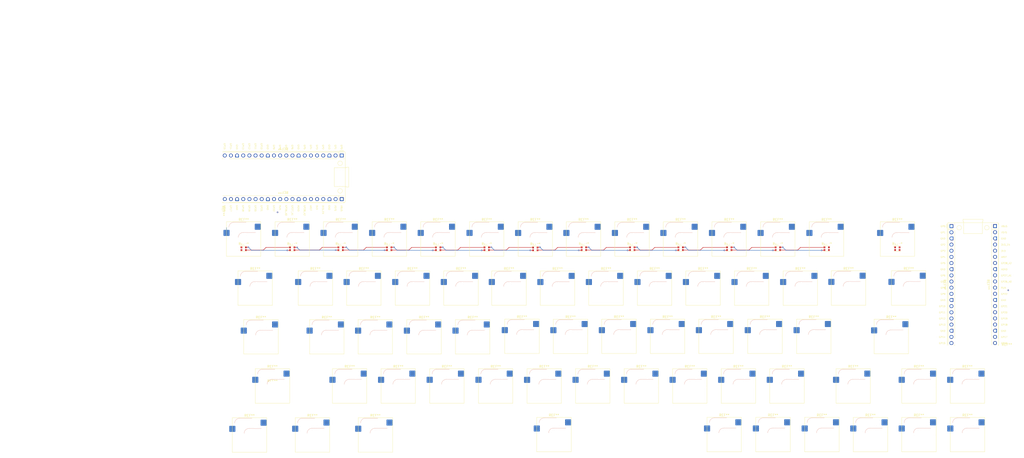
<source format=kicad_pcb>
(kicad_pcb (version 20240108) (generator "pcbnew") (generator_version "8.0")
  (layers (0 "F.Cu" signal) (31 "B.Cu" signal) (34 "B.Paste" user) (35 "F.Paste" user) (36 "B.SilkS" user "B.Silkscreen") (37 "F.SilkS" user "F.Silkscreen") (38 "B.Mask" user) (39 "F.Mask" user) (44 "Edge.Cuts" user))
  (net 0 "")
  (footprint "Module_RaspberryPi_Pico:RaspberryPi_Pico_OptionalPinLabels" (layer "F.Cu") (at 324.775 68.825)
    (property "Reference" "REF**" (hide yes))
    (property "Value" "RaspberryPi_Pico_OptionalPinLabels" (hide yes))
  )
  (footprint "Module_RaspberryPi_Pico:RaspberryPi_Pico_OptionalPinLabels" (layer "F.Cu") (at 40.025 24.45 -90)
    (property "Reference" "REF**" (hide yes))
    (property "Value" "RaspberryPi_Pico_OptionalPinLabels" (hide yes))
  )
  (footprint "Switch_Keyboard_Hotswap_Kailh:SW_Hotswap_Kailh_MX_1.25u" (layer "F.Cu") (at 78.1 130.8)
    (property "Reference" "REF**")
    (property "Value" "SW_Hotswap_Kailh_MX_1.25u")
  )
  (footprint "Switch_Keyboard_Hotswap_Kailh:SW_Hotswap_Kailh_MX_1.00u" (layer "F.Cu") (at 184.0425 50)
    (property "Reference" "REF**")
    (property "Value" "SW_Hotswap_Kailh_MX_1.00u")
  )
  (footprint "Switch_Keyboard_Hotswap_Kailh:SW_Hotswap_Kailh_MX_1.00u" (layer "F.Cu") (at 273.363 70.2)
    (property "Reference" "REF**")
    (property "Value" "SW_Hotswap_Kailh_MX_1.00u")
  )
  (footprint "Switch_Keyboard_Hotswap_Kailh:SW_Hotswap_Kailh_MX_1.25u" (layer "F.Cu") (at 26.15 130.85)
    (property "Reference" "REF**")
    (property "Value" "SW_Hotswap_Kailh_MX_1.25u")
  )
  (footprint "Switch_Keyboard_Hotswap_Kailh:SW_Hotswap_Kailh_MX_1.00u" (layer "F.Cu") (at 264.3 50)
    (property "Reference" "REF**")
    (property "Value" "SW_Hotswap_Kailh_MX_1.00u")
  )
  (footprint "Switch_Keyboard_Hotswap_Kailh:SW_Hotswap_Kailh_MX_1.00u" (layer "F.Cu") (at 118.258 90.31)
    (property "Reference" "REF**")
    (property "Value" "SW_Hotswap_Kailh_MX_1.00u")
  )
  (footprint "Switch_Keyboard_Hotswap_Kailh:SW_Hotswap_Kailh_MX_1.00u" (layer "F.Cu") (at 213.3425 70.25)
    (property "Reference" "REF**")
    (property "Value" "SW_Hotswap_Kailh_MX_1.00u")
  )
  (footprint "Switch_Keyboard_Hotswap_Kailh:SW_Hotswap_Kailh_MX_1.00u" (layer "F.Cu") (at 247.958 110.61)
    (property "Reference" "REF**")
    (property "Value" "SW_Hotswap_Kailh_MX_1.00u")
  )
  (footprint "Switch_Keyboard_Hotswap_Kailh:SW_Hotswap_Kailh_MX_1.75u" (layer "F.Cu") (at 275.3 110.6)
    (property "Reference" "REF**")
    (property "Value" "SW_Hotswap_Kailh_MX_1.75u")
  )
  (footprint "LED_SMD:LED_WS2812B-2020_PLCC4_2.0x2.0mm" (layer "F.Cu") (at 23.749 53.975)
    (property "Reference" "REF**")
    (property "Value" "LED_WS2812B-2020_PLCC4_2.0x2.0mm")
  )
  (footprint "Switch_Keyboard_Hotswap_Kailh:SW_Hotswap_Kailh_MX_1.00u" (layer "F.Cu") (at 23.75 49.98)
    (property "Reference" "REF**")
    (property "Value" "SW_Hotswap_Kailh_MX_1.00u")
  )
  (footprint "Switch_Keyboard_Hotswap_Kailh:SW_Hotswap_Kailh_MX_1.00u" (layer "F.Cu") (at 322.4425 130.7)
    (property "Reference" "REF**")
    (property "Value" "SW_Hotswap_Kailh_MX_1.00u")
  )
  (footprint "Switch_Keyboard_Hotswap_Kailh:SW_Hotswap_Kailh_MX_1.00u" (layer "F.Cu") (at 302.4 110.6)
    (property "Reference" "REF**")
    (property "Value" "SW_Hotswap_Kailh_MX_1.00u")
  )
  (footprint "Switch_Keyboard_Hotswap_Kailh:SW_Hotswap_Kailh_MX_1.00u" (layer "F.Cu") (at 187.8405 110.61)
    (property "Reference" "REF**")
    (property "Value" "SW_Hotswap_Kailh_MX_1.00u")
  )
  (footprint "Switch_Keyboard_Hotswap_Kailh:SW_Hotswap_Kailh_MX_1.00u" (layer "F.Cu") (at 158.6405 90.13)
    (property "Reference" "REF**")
    (property "Value" "SW_Hotswap_Kailh_MX_1.00u")
  )
  (footprint "Switch_Keyboard_Hotswap_Kailh:SW_Hotswap_Kailh_MX_1.00u" (layer "F.Cu") (at 167.798 110.61)
    (property "Reference" "REF**")
    (property "Value" "SW_Hotswap_Kailh_MX_1.00u")
  )
  (footprint "Switch_Keyboard_Hotswap_Kailh:SW_Hotswap_Kailh_MX_2.00u" (layer "F.Cu") (at 293.5 50)
    (property "Reference" "REF**")
    (property "Value" "SW_Hotswap_Kailh_MX_2.00u")
  )
  (footprint "Switch_Keyboard_Hotswap_Kailh:SW_Hotswap_Kailh_MX_1.00u" (layer "F.Cu") (at 173.3 70.25)
    (property "Reference" "REF**")
    (property "Value" "SW_Hotswap_Kailh_MX_1.00u")
  )
  (footprint "LED_SMD:LED_WS2812B-2020_PLCC4_2.0x2.0mm" (layer "F.Cu") (at 63.76 53.975)
    (property "Reference" "REF**")
    (property "Value" "LED_WS2812B-2020_PLCC4_2.0x2.0mm")
  )
  (footprint "LED_SMD:LED_WS2812B-2020_PLCC4_2.0x2.0mm" (layer "F.Cu") (at 184.115 53.95)
    (property "Reference" "REF**")
    (property "Value" "LED_WS2812B-2020_PLCC4_2.0x2.0mm")
  )
  (footprint "Module_RaspberryPi_Pico:RaspberryPi_Pico_PinSocket_1x20_P2.54mm_Vertical" (layer "F.Cu") (at 333.825 44.63)
    (property "Reference" "REF**")
    (property "Value" "RaspberryPi_Pico_PinSocket_1x20_P2.54mm_Vertical")
  )
  (footprint "Switch_Keyboard_Hotswap_Kailh:SW_Hotswap_Kailh_MX_2.25u" (layer "F.Cu") (at 291 90.2)
    (property "Reference" "REF**")
    (property "Value" "SW_Hotswap_Kailh_MX_2.25u")
  )
  (footprint "LED_SMD:LED_WS2812B-2020_PLCC4_2.0x2.0mm" (layer "F.Cu") (at 43.789 53.975)
    (property "Reference" "REF**")
    (property "Value" "LED_WS2812B-2020_PLCC4_2.0x2.0mm")
  )
  (footprint "Switch_Keyboard_Hotswap_Kailh:SW_Hotswap_Kailh_MX_1.00u" (layer "F.Cu") (at 147.7805 110.62)
    (property "Reference" "REF**")
    (property "Value" "SW_Hotswap_Kailh_MX_1.00u")
  )
  (footprint "Switch_Keyboard_Hotswap_Kailh:SW_Hotswap_Kailh_MX_1.00u" (layer "F.Cu") (at 98.198 90.31)
    (property "Reference" "REF**")
    (property "Value" "SW_Hotswap_Kailh_MX_1.00u")
  )
  (footprint "Switch_Keyboard_Hotswap_Kailh:SW_Hotswap_Kailh_MX_1.00u" (layer "F.Cu") (at 178.658 90.12)
    (property "Reference" "REF**")
    (property "Value" "SW_Hotswap_Kailh_MX_1.00u")
  )
  (footprint "Switch_Keyboard_Hotswap_Kailh:SW_Hotswap_Kailh_MX_1.00u" (layer "F.Cu") (at 113.437 70.24)
    (property "Reference" "REF**")
    (property "Value" "SW_Hotswap_Kailh_MX_1.00u")
  )
  (footprint "Switch_Keyboard_Hotswap_Kailh:SW_Hotswap_Kailh_MX_1.00u" (layer "F.Cu") (at 193.3425 70.25)
    (property "Reference" "REF**")
    (property "Value" "SW_Hotswap_Kailh_MX_1.00u")
  )
  (footprint "LED_SMD:LED_WS2812B-2020_PLCC4_2.0x2.0mm" (layer "F.Cu") (at 144.105 54.05)
    (property "Reference" "REF**")
    (property "Value" "LED_WS2812B-2020_PLCC4_2.0x2.0mm")
  )
  (footprint "Switch_Keyboard_Hotswap_Kailh:SW_Hotswap_Kailh_MX_1.00u" (layer "F.Cu") (at 198.7005 90.12)
    (property "Reference" "REF**")
    (property "Value" "SW_Hotswap_Kailh_MX_1.00u")
  )
  (footprint "Switch_Keyboard_Hotswap_Kailh:SW_Hotswap_Kailh_MX_1.00u" (layer "F.Cu") (at 218.7005 90.12)
    (property "Reference" "REF**")
    (property "Value" "SW_Hotswap_Kailh_MX_1.00u")
  )
  (footprint "Module_RaspberryPi_Pico:RaspberryPi_Pico_OptionalKeepoutRF" (layer "F.Cu") (at 40.025 24.45 -90)
    (property "Reference" "REF**" (hide yes))
    (property "Value" "RaspberryPi_Pico_OptionalKeepoutRF" (hide yes))
  )
  (footprint "Switch_Keyboard_Hotswap_Kailh:SW_Hotswap_Kailh_MX_1.50u" (layer "F.Cu") (at 298.176 70.2)
    (property "Reference" "REF**")
    (property "Value" "SW_Hotswap_Kailh_MX_1.50u")
  )
  (footprint "Module_RaspberryPi_Pico:RaspberryPi_Pico_W_Virtual" (layer "F.Cu") (at 40.05 24.4 -90)
    (property "Reference" "REF**")
    (property "Value" "RaspberryPi_Pico_W_Virtual")
  )
  (footprint "Switch_Keyboard_Hotswap_Kailh:SW_Hotswap_Kailh_MX_1.00u" (layer "F.Cu") (at 83.85 49.98)
    (property "Reference" "REF**")
    (property "Value" "SW_Hotswap_Kailh_MX_1.00u")
  )
  (footprint "LED_SMD:LED_WS2812B-2020_PLCC4_2.0x2.0mm" (layer "F.Cu") (at 224.135 53.95)
    (property "Reference" "REF**")
    (property "Value" "LED_WS2812B-2020_PLCC4_2.0x2.0mm")
  )
  (footprint "Switch_Keyboard_Hotswap_Kailh:SW_Hotswap_Kailh_MX_1.00u" (layer "F.Cu") (at 127.738 110.6)
    (property "Reference" "REF**")
    (property "Value" "SW_Hotswap_Kailh_MX_1.00u")
  )
  (footprint "Switch_Keyboard_Hotswap_Kailh:SW_Hotswap_Kailh_MX_1.00u" (layer "F.Cu") (at 103.91 49.98)
    (property "Reference" "REF**")
    (property "Value" "SW_Hotswap_Kailh_MX_1.00u")
  )
  (footprint "LED_SMD:LED_WS2812B-2020_PLCC4_2.0x2.0mm" (layer "F.Cu") (at 164.15 53.95)
    (property "Reference" "REF**")
    (property "Value" "LED_WS2812B-2020_PLCC4_2.0x2.0mm")
  )
  (footprint "Mounting_Keyboard_Stabilizer:Stabilizer_Cherry_MX_2.00u" (layer "F.Cu") (at 35.625 110.6)
    (property "Reference" "REF**")
    (property "Value" "Stabilizer_Cherry_MX_2.00u")
  )
  (footprint "Module_RaspberryPi_Pico:RaspberryPi_Pico_OptionalKeepoutRF" (layer "F.Cu") (at -41.81 -27.67 -90)
    (property "Reference" "REF**" (hide yes))
    (property "Value" "RaspberryPi_Pico_OptionalKeepoutRF" (hide yes))
  )
  (footprint "Switch_Keyboard_Hotswap_Kailh:SW_Hotswap_Kailh_MX_1.00u" (layer "F.Cu") (at 63.7925 49.98)
    (property "Reference" "REF**")
    (property "Value" "SW_Hotswap_Kailh_MX_1.00u")
  )
  (footprint "Switch_Keyboard_Hotswap_Kailh:SW_Hotswap_Kailh_MX_2.25u" (layer "F.Cu") (at 35.618 110.6)
    (property "Reference" "REF**")
    (property "Value" "SW_Hotswap_Kailh_MX_2.25u")
  )
  (footprint "Switch_Keyboard_Hotswap_Kailh:SW_Hotswap_Kailh_MX_1.00u" (layer "F.Cu") (at 58.053 90.31)
    (property "Reference" "REF**")
    (property "Value" "SW_Hotswap_Kailh_MX_1.00u")
  )
  (footprint "Switch_Keyboard_Hotswap_Kailh:SW_Hotswap_Kailh_MX_1.00u" (layer "F.Cu") (at 144.0925 50)
    (property "Reference" "REF**")
    (property "Value" "SW_Hotswap_Kailh_MX_1.00u")
  )
  (footprint "Switch_Keyboard_Hotswap_Kailh:SW_Hotswap_Kailh_MX_1.00u" (layer "F.Cu") (at 244.16 50)
    (property "Reference" "REF**")
    (property "Value" "SW_Hotswap_Kailh_MX_1.00u")
  )
  (footprint "Switch_Keyboard_Hotswap_Kailh:SW_Hotswap_Kailh_MX_1.25u" (layer "F.Cu") (at 52.1 130.8)
    (property "Reference" "REF**")
    (property "Value" "SW_Hotswap_Kailh_MX_1.25u")
  )
  (footprint "Switch_Keyboard_Hotswap_Kailh:SW_Hotswap_Kailh_MX_1.00u" (layer "F.Cu") (at 204.0425 50)
    (property "Reference" "REF**")
    (property "Value" "SW_Hotswap_Kailh_MX_1.00u")
  )
  (footprint "Switch_Keyboard_Hotswap_Kailh:SW_Hotswap_Kailh_MX_1.00u" (layer "F.Cu") (at 222.0575 130.68)
    (property "Reference" "REF**")
    (property "Value" "SW_Hotswap_Kailh_MX_1.00u")
  )
  (footprint "Module_RaspberryPi_Pico:RaspberryPi_Pico_PinSocket_1x20_P2.54mm_Vertical" (layer "F.Cu") (at 64.2 15.5 -90)
    (property "Reference" "REF**")
    (property "Value" "RaspberryPi_Pico_PinSocket_1x20_P2.54mm_Vertical")
  )
  (footprint "Switch_Keyboard_Hotswap_Kailh:SW_Hotswap_Kailh_MX_1.00u" (layer "F.Cu") (at 124.05 49.98)
    (property "Reference" "REF**")
    (property "Value" "SW_Hotswap_Kailh_MX_1.00u")
  )
  (footprint "Switch_Keyboard_Hotswap_Kailh:SW_Hotswap_Kailh_MX_1.00u" (layer "F.Cu") (at 253.46 70.25)
    (property "Reference" "REF**")
    (property "Value" "SW_Hotswap_Kailh_MX_1.00u")
  )
  (footprint "Switch_Keyboard_Hotswap_Kailh:SW_Hotswap_Kailh_MX_1.00u" (layer "F.Cu") (at 78.053 90.31)
    (property "Reference" "REF**")
    (property "Value" "SW_Hotswap_Kailh_MX_1.00u")
  )
  (footprint "Switch_Keyboard_Hotswap_Kailh:SW_Hotswap_Kailh_MX_1.00u" (layer "F.Cu") (at 238.868 90.12)
    (property "Reference" "REF**")
    (property "Value" "SW_Hotswap_Kailh_MX_1.00u")
  )
  (footprint "Switch_Keyboard_Hotswap_Kailh:SW_Hotswap_Kailh_MX_1.00u" (layer "F.Cu") (at 53.3195 70.24)
    (property "Reference" "REF**")
    (property "Value" "SW_Hotswap_Kailh_MX_1.00u")
  )
  (footprint "LED_SMD:LED_WS2812B-2020_PLCC4_2.0x2.0mm" (layer "F.Cu") (at 244.2 53.95)
    (property "Reference" "REF**")
    (property "Value" "LED_WS2812B-2020_PLCC4_2.0x2.0mm")
  )
  (footprint "Switch_Keyboard_Hotswap_Kailh:SW_Hotswap_Kailh_MX_1.00u" (layer "F.Cu") (at 207.8405 110.61)
    (property "Reference" "REF**")
    (property "Value" "SW_Hotswap_Kailh_MX_1.00u")
  )
  (footprint "Module_RaspberryPi_Pico:RaspberryPi_Pico_PinSocket_1x20_P2.54mm_Vertical" (layer "F.Cu") (at 315.825 44.65)
    (property "Reference" "REF**")
    (property "Value" "RaspberryPi_Pico_PinSocket_1x20_P2.54mm_Vertical")
  )
  (footprint "Switch_Keyboard_Hotswap_Kailh:SW_Hotswap_Kailh_MX_1.00u" (layer "F.Cu") (at 67.4805 110.6)
    (property "Reference" "REF**")
    (property "Value" "SW_Hotswap_Kailh_MX_1.00u")
  )
  (footprint "Switch_Keyboard_Hotswap_Kailh:SW_Hotswap_Kailh_MX_6.25u" (layer "F.Cu") (at 151.8 130.7)
    (property "Reference" "REF**")
    (property "Value" "SW_Hotswap_Kailh_MX_6.25u")
  )
  (footprint "Switch_Keyboard_Hotswap_Kailh:SW_Hotswap_Kailh_MX_1.00u" (layer "F.Cu") (at 282.4 130.7)
    (property "Reference" "REF**")
    (property "Value" "SW_Hotswap_Kailh_MX_1.00u")
  )
  (footprint "Switch_Keyboard_Hotswap_Kailh:SW_Hotswap_Kailh_MX_1.00u" (layer "F.Cu") (at 259.018 90.12)
    (property "Reference" "REF**")
    (property "Value" "SW_Hotswap_Kailh_MX_1.00u")
  )
  (footprint "Switch_Keyboard_Hotswap_Kailh:SW_Hotswap_Kailh_MX_1.00u" (layer "F.Cu") (at 233.4 70.25)
    (property "Reference" "REF**")
    (property "Value" "SW_Hotswap_Kailh_MX_1.00u")
  )
  (footprint "LED_SMD:LED_WS2812B-2020_PLCC4_2.0x2.0mm" (layer "F.Cu") (at 264.35 53.95)
    (property "Reference" "REF**")
    (property "Value" "LED_WS2812B-2020_PLCC4_2.0x2.0mm")
  )
  (footprint "LED_SMD:LED_WS2812B-2020_PLCC4_2.0x2.0mm" (layer "F.Cu") (at 293.5 53.95)
    (property "Reference" "REF**")
    (property "Value" "LED_WS2812B-2020_PLCC4_2.0x2.0mm")
  )
  (footprint "Switch_Keyboard_Hotswap_Kailh:SW_Hotswap_Kailh_MX_1.00u" (layer "F.Cu") (at 87.538 110.6)
    (property "Reference" "REF**")
    (property "Value" "SW_Hotswap_Kailh_MX_1.00u")
  )
  (footprint "Switch_Keyboard_Hotswap_Kailh:SW_Hotswap_Kailh_MX_1.00u" (layer "F.Cu") (at 73.3195 70.24)
    (property "Reference" "REF**")
    (property "Value" "SW_Hotswap_Kailh_MX_1.00u")
  )
  (footprint "Switch_Keyboard_Hotswap_Kailh:SW_Hotswap_Kailh_MX_1.00u" (layer "F.Cu") (at 302.4 130.7)
    (property "Reference" "REF**")
    (property "Value" "SW_Hotswap_Kailh_MX_1.00u")
  )
  (footprint "Switch_Keyboard_Hotswap_Kailh:SW_Hotswap_Kailh_MX_1.00u" (layer "F.Cu") (at 93.377 70.24)
    (property "Reference" "REF**")
    (property "Value" "SW_Hotswap_Kailh_MX_1.00u")
  )
  (footprint "Switch_Keyboard_Hotswap_Kailh:SW_Hotswap_Kailh_MX_1.00u" (layer "F.Cu") (at 242.2175 130.68)
    (property "Reference" "REF**")
    (property "Value" "SW_Hotswap_Kailh_MX_1.00u")
  )
  (footprint "LED_SMD:LED_WS2812B-2020_PLCC4_2.0x2.0mm" (layer "F.Cu") (at 83.8 53.975)
    (property "Reference" "REF**")
    (property "Value" "LED_WS2812B-2020_PLCC4_2.0x2.0mm")
  )
  (footprint "Switch_Keyboard_Hotswap_Kailh:SW_Hotswap_Kailh_MX_1.00u" (layer "F.Cu") (at 164 50)
    (property "Reference" "REF**")
    (property "Value" "SW_Hotswap_Kailh_MX_1.00u")
  )
  (footprint "Switch_Keyboard_Hotswap_Kailh:SW_Hotswap_Kailh_MX_1.00u" (layer "F.Cu") (at 133.24 70.24)
    (property "Reference" "REF**")
    (property "Value" "SW_Hotswap_Kailh_MX_1.00u")
  )
  (footprint "LED_SMD:LED_WS2812B-2020_PLCC4_2.0x2.0mm" (layer "F.Cu") (at 124.049 53.975)
    (property "Reference" "REF**")
    (property "Value" "LED_WS2812B-2020_PLCC4_2.0x2.0mm")
  )
  (footprint "Switch_Keyboard_Hotswap_Kailh:SW_Hotswap_Kailh_MX_1.75u" (layer "F.Cu") (at 30.878 90.31)
    (property "Reference" "REF**")
    (property "Value" "SW_Hotswap_Kailh_MX_1.75u")
  )
  (footprint "Module_RaspberryPi_Pico:RaspberryPi_Pico_PinSocket_1x20_P2.54mm_Vertical" (layer "F.Cu") (at 64.22 33.5 -90)
    (property "Reference" "REF**")
    (property "Value" "RaspberryPi_Pico_PinSocket_1x20_P2.54mm_Vertical")
  )
  (footprint "Switch_Keyboard_Hotswap_Kailh:SW_Hotswap_Kailh_MX_1.00u" (layer "F.Cu") (at 227.898 110.61)
    (property "Reference" "REF**")
    (property "Value" "SW_Hotswap_Kailh_MX_1.00u")
  )
  (footprint "Switch_Keyboard_Hotswap_Kailh:SW_Hotswap_Kailh_MX_1.00u" (layer "F.Cu") (at 138.598 90.11)
    (property "Reference" "REF**")
    (property "Value" "SW_Hotswap_Kailh_MX_1.00u")
  )
  (footprint "Switch_Keyboard_Hotswap_Kailh:SW_Hotswap_Kailh_MX_1.00u" (layer "F.Cu") (at 107.598 110.6)
    (property "Reference" "REF**")
    (property "Value" "SW_Hotswap_Kailh_MX_1.00u")
  )
  (footprint "Switch_Keyboard_Hotswap_Kailh:SW_Hotswap_Kailh_MX_1.50u" (layer "F.Cu") (at 28.51 70.24)
    (property "Reference" "REF**")
    (property "Value" "SW_Hotswap_Kailh_MX_1.50u")
  )
  (footprint "Switch_Keyboard_Hotswap_Kailh:SW_Hotswap_Kailh_MX_1.00u" (layer "F.Cu") (at 322.4 110.6)
    (property "Reference" "REF**")
    (property "Value" "SW_Hotswap_Kailh_MX_1.00u")
  )
  (footprint "Module_RaspberryPi_Pico:RaspberryPi_Pico_OptionalKeepoutRF" (layer "F.Cu") (at 324.775 68.825)
    (property "Reference" "REF**" (hide yes))
    (property "Value" "RaspberryPi_Pico_OptionalKeepoutRF" (hide yes))
  )
  (footprint "Switch_Keyboard_Hotswap_Kailh:SW_Hotswap_Kailh_MX_1.00u" (layer "F.Cu") (at 43.7925 49.98)
    (property "Reference" "REF**")
    (property "Value" "SW_Hotswap_Kailh_MX_1.00u")
  )
  (footprint "Switch_Keyboard_Hotswap_Kailh:SW_Hotswap_Kailh_MX_1.00u" (layer "F.Cu") (at 224.1 50)
    (property "Reference" "REF**")
    (property "Value" "SW_Hotswap_Kailh_MX_1.00u")
  )
  (footprint "LED_SMD:LED_WS2812B-2020_PLCC4_2.0x2.0mm" (layer "F.Cu") (at 104.009 53.975)
    (property "Reference" "REF**")
    (property "Value" "LED_WS2812B-2020_PLCC4_2.0x2.0mm")
  )
  (footprint "Switch_Keyboard_Hotswap_Kailh:SW_Hotswap_Kailh_MX_1.00u" (layer "F.Cu") (at 153.2825 70.26)
    (property "Reference" "REF**")
    (property "Value" "SW_Hotswap_Kailh_MX_1.00u")
  )
  (footprint "LED_SMD:LED_WS2812B-2020_PLCC4_2.0x2.0mm" (layer "F.Cu") (at 204.085 53.95)
    (property "Reference" "REF**")
    (property "Value" "LED_WS2812B-2020_PLCC4_2.0x2.0mm")
  )
  (footprint "Module_RaspberryPi_Pico:RaspberryPi_Pico_W_Virtual" (layer "F.Cu") (at 324.725 68.8)
    (property "Reference" "REF**")
    (property "Value" "RaspberryPi_Pico_W_Virtual")
  )
  (footprint "Switch_Keyboard_Hotswap_Kailh:SW_Hotswap_Kailh_MX_1.00u" (layer "F.Cu") (at 262.3575 130.68)
    (property "Reference" "REF**")
    (property "Value" "SW_Hotswap_Kailh_MX_1.00u")
  )
  (gr_text "GND" (at 20.95 13.07 -90) (layer "F.SilkS") (effects (font (size 0.6667 0.6667) (thickness 0.1)) (justify right)))
  (gr_text "GP22" (at 336.255 72.66 0) (layer "F.SilkS") (effects (font (size 0.6667 0.6667) (thickness 0.1)) (justify left)))
  (gr_text "GP13" (at 23.49 13.07 -90) (layer "F.SilkS") (effects (font (size 0.6667 0.6667) (thickness 0.1)) (justify right)))
  (gr_text "AREF" (at 336.255 57.42 0) (layer "F.SilkS") (effects (font (size 0.6667 0.6667) (thickness 0.1)) (justify left)))
  (gr_text "GP12" (at 26.03 13.07 -90) (layer "F.SilkS") (effects (font (size 0.6667 0.6667) (thickness 0.1)) (justify right)))
  (gr_text "3V3" (at 53.97 35.93 -90) (layer "F.SilkS") (effects (font (size 0.6667 0.6667) (thickness 0.1)) (justify left)))
  (gr_text "GND" (at 33.65 35.93 -90) (layer "F.SilkS") (effects (font (size 0.6667 0.6667) (thickness 0.1)) (justify left)))
  (gr_text "GP22" (at 36.19 35.93 -90) (layer "F.SilkS") (effects (font (size 0.6667 0.6667) (thickness 0.1)) (justify left)))
  (gr_text "GND" (at 313.395 62.5 0) (layer "F.SilkS") (effects (font (size 0.6667 0.6667) (thickness 0.1)) (justify right)))
  (gr_text "GP3" (at 313.395 54.88 0) (layer "F.SilkS") (effects (font (size 0.6667 0.6667) (thickness 0.1)) (justify right)))
  (gr_text "GP10" (at 31.11 13.07 -90) (layer "F.SilkS") (effects (font (size 0.6667 0.6667) (thickness 0.1)) (justify right)))
  (gr_text "GP17" (at 336.255 90.44 0) (layer "F.SilkS") (effects (font (size 0.6667 0.6667) (thickness 0.1)) (justify left)))
  (gr_text "GP18" (at 336.255 85.36 0) (layer "F.SilkS") (effects (font (size 0.6667 0.6667) (thickness 0.1)) (justify left)))
  (gr_text "GND" (at 313.395 87.9 0) (layer "F.SilkS") (effects (font (size 0.6667 0.6667) (thickness 0.1)) (justify right)))
  (gr_text "GP21" (at 336.255 77.74 0) (layer "F.SilkS") (effects (font (size 0.6667 0.6667) (thickness 0.1)) (justify left)))
  (gr_text "GP3" (at 53.97 13.07 -90) (layer "F.SilkS") (effects (font (size 0.6667 0.6667) (thickness 0.1)) (justify right)))
  (gr_text "GP21" (at 31.11 35.93 -90) (layer "F.SilkS") (effects (font (size 0.6667 0.6667) (thickness 0.1)) (justify left)))
  (gr_text "GP12" (at 313.395 82.82 0) (layer "F.SilkS") (effects (font (size 0.6667 0.6667) (thickness 0.1)) (justify right)))
  (gr_text "GP14" (at 18.41 13.07 -90) (layer "F.SilkS") (effects (font (size 0.6667 0.6667) (thickness 0.1)) (justify right)))
  (gr_text "GP15" (at 313.395 92.98 0) (layer "F.SilkS") (effects (font (size 0.6667 0.6667) (thickness 0.1)) (justify right)))
  (gr_text "GP26_A0" (at 41.27 35.93 -90) (layer "F.SilkS") (effects (font (size 0.6667 0.6667) (thickness 0.1)) (justify left)))
  (gr_text "VBUS" (at 336.255 44.72 0) (layer "F.SilkS") (effects (font (size 0.6667 0.6667) (thickness 0.1)) (justify left)))
  (gr_text "AGND" (at 336.255 62.5 0) (layer "F.SilkS") (effects (font (size 0.6667 0.6667) (thickness 0.1)) (justify left)))
  (gr_text "GND" (at 313.395 49.8 0) (layer "F.SilkS") (effects (font (size 0.6667 0.6667) (thickness 0.1)) (justify right)))
  (gr_text "GP8" (at 38.73 13.07 -90) (layer "F.SilkS") (effects (font (size 0.6667 0.6667) (thickness 0.1)) (justify right)))
  (gr_text "GND" (at 336.255 87.9 0) (layer "F.SilkS") (effects (font (size 0.6667 0.6667) (thickness 0.1)) (justify left)))
  (gr_text "VSYS" (at 336.255 47.26 0) (layer "F.SilkS") (effects (font (size 0.6667 0.6667) (thickness 0.1)) (justify left)))
  (gr_text "GP14" (at 313.395 90.44 0) (layer "F.SilkS") (effects (font (size 0.6667 0.6667) (thickness 0.1)) (justify right)))
  (gr_text "GP4" (at 313.395 57.42 0) (layer "F.SilkS") (effects (font (size 0.6667 0.6667) (thickness 0.1)) (justify right)))
  (gr_text "GP9" (at 313.395 72.66 0) (layer "F.SilkS") (effects (font (size 0.6667 0.6667) (thickness 0.1)) (justify right)))
  (gr_text "GP10" (at 313.395 77.74 0) (layer "F.SilkS") (effects (font (size 0.6667 0.6667) (thickness 0.1)) (justify right)))
  (gr_text "GP6" (at 43.81 13.07 -90) (layer "F.SilkS") (effects (font (size 0.6667 0.6667) (thickness 0.1)) (justify right)))
  (gr_text "GP20" (at 336.255 80.28 0) (layer "F.SilkS") (effects (font (size 0.6667 0.6667) (thickness 0.1)) (justify left)))
  (gr_text "GP9" (at 36.19 13.07 -90) (layer "F.SilkS") (effects (font (size 0.6667 0.6667) (thickness 0.1)) (justify right)))
  (gr_text "GP1" (at 313.395 47.26 0) (layer "F.SilkS") (effects (font (size 0.6667 0.6667) (thickness 0.1)) (justify right)))
  (gr_text "GND" (at 20.95 35.93 -90) (layer "F.SilkS") (effects (font (size 0.6667 0.6667) (thickness 0.1)) (justify left)))
  (gr_text "GP16" (at 15.87 35.93 -90) (layer "F.SilkS") (effects (font (size 0.6667 0.6667) (thickness 0.1)) (justify left)))
  (gr_text "GP20" (at 28.57 35.93 -90) (layer "F.SilkS") (effects (font (size 0.6667 0.6667) (thickness 0.1)) (justify left)))
  (gr_text "GP19" (at 26.03 35.93 -90) (layer "F.SilkS") (effects (font (size 0.6667 0.6667) (thickness 0.1)) (justify left)))
  (gr_text "GP26_A0" (at 336.255 67.58 0) (layer "F.SilkS") (effects (font (size 0.6667 0.6667) (thickness 0.1)) (justify left)))
  (gr_text "GND" (at 336.255 49.8 0) (layer "F.SilkS") (effects (font (size 0.6667 0.6667) (thickness 0.1)) (justify left)))
  (gr_text "GP1" (at 61.59 13.07 -90) (layer "F.SilkS") (effects (font (size 0.6667 0.6667) (thickness 0.1)) (justify right)))
  (gr_text "GP17" (at 18.41 35.93 -90) (layer "F.SilkS") (effects (font (size 0.6667 0.6667) (thickness 0.1)) (justify left)))
  (gr_text "3V3_EN" (at 56.51 35.93 -90) (layer "F.SilkS") (effects (font (size 0.6667 0.6667) (thickness 0.1)) (justify left)))
  (gr_text "GP7" (at 41.27 13.07 -90) (layer "F.SilkS") (effects (font (size 0.6667 0.6667) (thickness 0.1)) (justify right)))
  (gr_text "AGND" (at 46.35 35.93 -90) (layer "F.SilkS") (effects (font (size 0.6667 0.6667) (thickness 0.1)) (justify left)))
  (gr_text "GP7" (at 313.395 67.58 0) (layer "F.SilkS") (effects (font (size 0.6667 0.6667) (thickness 0.1)) (justify right)))
  (gr_text "GP2" (at 313.395 52.34 0) (layer "F.SilkS") (effects (font (size 0.6667 0.6667) (thickness 0.1)) (justify right)))
  (gr_text "GP28_A2" (at 336.255 59.96 0) (layer "F.SilkS") (effects (font (size 0.6667 0.6667) (thickness 0.1)) (justify left)))
  (gr_text "GND" (at 33.65 13.07 -90) (layer "F.SilkS") (effects (font (size 0.6667 0.6667) (thickness 0.1)) (justify right)))
  (gr_text "GP11" (at 313.395 80.28 0) (layer "F.SilkS") (effects (font (size 0.6667 0.6667) (thickness 0.1)) (justify right)))
  (gr_text "GP2" (at 56.51 13.07 -90) (layer "F.SilkS") (effects (font (size 0.6667 0.6667) (thickness 0.1)) (justify right)))
  (gr_text "GP8" (at 313.395 70.12 0) (layer "F.SilkS") (effects (font (size 0.6667 0.6667) (thickness 0.1)) (justify right)))
  (gr_text "AREF" (at 51.43 35.93 -90) (layer "F.SilkS") (effects (font (size 0.6667 0.6667) (thickness 0.1)) (justify left)))
  (gr_text "GP16" (at 336.255 92.98 0) (layer "F.SilkS") (effects (font (size 0.6667 0.6667) (thickness 0.1)) (justify left)))
  (gr_text "GP28_A2" (at 48.89 35.93 -90) (layer "F.SilkS") (effects (font (size 0.6667 0.6667) (thickness 0.1)) (justify left)))
  (gr_text "RUN" (at 336.255 70.12 0) (layer "F.SilkS") (effects (font (size 0.6667 0.6667) (thickness 0.1)) (justify left)))
  (gr_text "GP5" (at 313.395 59.96 0) (layer "F.SilkS") (effects (font (size 0.6667 0.6667) (thickness 0.1)) (justify right)))
  (gr_text "GND" (at 336.255 75.2 0) (layer "F.SilkS") (effects (font (size 0.6667 0.6667) (thickness 0.1)) (justify left)))
  (gr_text "GP6" (at 313.395 65.04 0) (layer "F.SilkS") (effects (font (size 0.6667 0.6667) (thickness 0.1)) (justify right)))
  (gr_text "GP0" (at 313.395 44.72 0) (layer "F.SilkS") (effects (font (size 0.6667 0.6667) (thickness 0.1)) (justify right)))
  (gr_text "GP11" (at 28.57 13.07 -90) (layer "F.SilkS") (effects (font (size 0.6667 0.6667) (thickness 0.1)) (justify right)))
  (gr_text "GND" (at 59.05 13.07 -90) (layer "F.SilkS") (effects (font (size 0.6667 0.6667) (thickness 0.1)) (justify right)))
  (gr_text "GP19" (at 336.255 82.82 0) (layer "F.SilkS") (effects (font (size 0.6667 0.6667) (thickness 0.1)) (justify left)))
  (gr_text "GP15" (at 15.87 13.07 -90) (layer "F.SilkS") (effects (font (size 0.6667 0.6667) (thickness 0.1)) (justify right)))
  (gr_text "GP27_A1" (at 43.81 35.93 -90) (layer "F.SilkS") (effects (font (size 0.6667 0.6667) (thickness 0.1)) (justify left)))
  (gr_text "GP27_A1" (at 336.255 65.04 0) (layer "F.SilkS") (effects (font (size 0.6667 0.6667) (thickness 0.1)) (justify left)))
  (gr_text "GP13" (at 313.395 85.36 0) (layer "F.SilkS") (effects (font (size 0.6667 0.6667) (thickness 0.1)) (justify right)))
  (gr_text "GP5" (at 48.89 13.07 -90) (layer "F.SilkS") (effects (font (size 0.6667 0.6667) (thickness 0.1)) (justify right)))
  (gr_text "3V3_EN" (at 336.255 52.34 0) (layer "F.SilkS") (effects (font (size 0.6667 0.6667) (thickness 0.1)) (justify left)))
  (gr_text "GND" (at 59.05 35.93 -90) (layer "F.SilkS") (effects (font (size 0.6667 0.6667) (thickness 0.1)) (justify left)))
  (gr_text "GND" (at 313.395 75.2 0) (layer "F.SilkS") (effects (font (size 0.6667 0.6667) (thickness 0.1)) (justify right)))
  (gr_text "GP0" (at 64.13 13.07 -90) (layer "F.SilkS") (effects (font (size 0.6667 0.6667) (thickness 0.1)) (justify right)))
  (gr_text "3V3" (at 336.255 54.88 0) (layer "F.SilkS") (effects (font (size 0.6667 0.6667) (thickness 0.1)) (justify left)))
  (gr_text "VSYS" (at 61.59 35.93 -90) (layer "F.SilkS") (effects (font (size 0.6667 0.6667) (thickness 0.1)) (justify left)))
  (gr_text "RUN" (at 38.73 35.93 -90) (layer "F.SilkS") (effects (font (size 0.6667 0.6667) (thickness 0.1)) (justify left)))
  (gr_text "GP18" (at 23.49 35.93 -90) (layer "F.SilkS") (effects (font (size 0.6667 0.6667) (thickness 0.1)) (justify left)))
  (gr_text "GP4" (at 51.43 13.07 -90) (layer "F.SilkS") (effects (font (size 0.6667 0.6667) (thickness 0.1)) (justify right)))
  (gr_text "VBUS" (at 64.13 35.93 -90) (layer "F.SilkS") (effects (font (size 0.6667 0.6667) (thickness 0.1)) (justify left)))
  (gr_text "GND" (at 46.35 13.07 -90) (layer "F.SilkS") (effects (font (size 0.6667 0.6667) (thickness 0.1)) (justify right)))
  (segment (start 24.664 54.525) (end 31.875 54.525) (width 0.2) (layer "F.Cu") (net 0))
  (segment (start 162.075 54.65) (end 163.074 54.65) (width 0.2) (layer "F.Cu") (net 0))
  (segment (start 192.275 54.525) (end 193.35 53.45) (width 0.2) (layer "F.Cu") (net 0))
  (segment (start 165.089 53.425) (end 165.164 53.35) (width 0.2) (layer "F.Cu") (net 0))
  (segment (start 243.275 53.45) (end 243.3 53.425) (width 0.2) (layer "F.Cu") (net 0))
  (segment (start 263.375 53.45) (end 263.4 53.425) (width 0.2) (layer "F.Cu") (net 0))
  (segment (start 253.476 53.45) (end 263.375 53.45) (width 0.2) (layer "F.Cu") (net 0))
  (segment (start 84.814 53.35) (end 85.775 53.35) (width 0.2) (layer "F.Cu") (net 0))
  (segment (start 193.35 53.45) (end 203.249 53.45) (width 0.2) (layer "F.Cu") (net 0))
  (segment (start 113.175 53.45) (end 123.074 53.45) (width 0.2) (layer "F.Cu") (net 0))
  (segment (start 173.375 53.45) (end 183.274 53.45) (width 0.2) (layer "F.Cu") (net 0))
  (segment (start 143.124 53.45) (end 143.149 53.425) (width 0.2) (layer "F.Cu") (net 0))
  (segment (start 185.139 53.35) (end 186.1 53.35) (width 0.2) (layer "F.Cu") (net 0))
  (segment (start 44.704 53.425) (end 45.775 53.425) (width 0.2) (layer "F.Cu") (net 0))
  (segment (start 142.025 54.65) (end 143.024 54.65) (width 0.2) (layer "F.Cu") (net 0))
  (segment (start 123.074 53.45) (end 123.099 53.425) (width 0.2) (layer "F.Cu") (net 0))
  (segment (start 245.265 53.35) (end 246.226 53.35) (width 0.2) (layer "F.Cu") (net 0))
  (segment (start 93.025 53.45) (end 102.924 53.45) (width 0.2) (layer "F.Cu") (net 0))
  (segment (start 145.064 53.35) (end 146.025 53.35) (width 0.2) (layer "F.Cu") (net 0))
  (segment (start 222.1 54.65) (end 223.099 54.65) (width 0.2) (layer "F.Cu") (net 0))
  (segment (start 223.199 53.45) (end 223.224 53.425) (width 0.2) (layer "F.Cu") (net 0))
  (segment (start 24.739 53.35) (end 25.7 53.35) (width 0.2) (layer "F.Cu") (net 0))
  (segment (start 242.176 54.65) (end 243.175 54.65) (width 0.2) (layer "F.Cu") (net 0))
  (segment (start 61.8 54.55) (end 62.82 54.55) (width 0.2) (layer "F.Cu") (net 0))
  (segment (start 125.014 53.35) (end 125.975 53.35) (width 0.2) (layer "F.Cu") (net 0))
  (segment (start 133.225 53.45) (end 143.124 53.45) (width 0.2) (layer "F.Cu") (net 0))
  (segment (start 82.81 54.6) (end 82.885 54.525) (width 0.2) (layer "F.Cu") (net 0))
  (segment (start 225.09 54.525) (end 232.301 54.525) (width 0.2) (layer "F.Cu") (net 0))
  (segment (start 56.125 53.425) (end 62.845 53.425) (width 0.2) (layer "F.Cu") (net 0))
  (segment (start 73.225 54.525) (end 74.325 53.425) (width 0.2) (layer "F.Cu") (net 0))
  (segment (start 172.3 54.525) (end 173.375 53.45) (width 0.2) (layer "F.Cu") (net 0))
  (segment (start 245.19 54.525) (end 252.401 54.525) (width 0.2) (layer "F.Cu") (net 0))
  (segment (start 232.301 54.525) (end 233.376 53.45) (width 0.2) (layer "F.Cu") (net 0))
  (segment (start 104.889 54.525) (end 112.1 54.525) (width 0.2) (layer "F.Cu") (net 0))
  (segment (start 102.824 54.65) (end 102.949 54.525) (width 0.2) (layer "F.Cu") (net 0))
  (segment (start 163.074 54.65) (end 163.199 54.525) (width 0.2) (layer "F.Cu") (net 0))
  (segment (start 165.164 53.35) (end 166.125 53.35) (width 0.2) (layer "F.Cu") (net 0))
  (segment (start 245.19 53.425) (end 245.265 53.35) (width 0.2) (layer "F.Cu") (net 0))
  (segment (start 205.014 54.525) (end 212.225 54.525) (width 0.2) (layer "F.Cu") (net 0))
  (segment (start 132.15 54.525) (end 133.225 53.45) (width 0.2) (layer "F.Cu") (net 0))
  (segment (start 24.664 53.425) (end 24.739 53.35) (width 0.2) (layer "F.Cu") (net 0))
  (segment (start 122.974 54.65) (end 123.099 54.525) (width 0.2) (layer "F.Cu") (net 0))
  (segment (start 41.75 54.65) (end 42.749 54.65) (width 0.2) (layer "F.Cu") (net 0))
  (segment (start 32.95 53.45) (end 42.849 53.45) (width 0.2) (layer "F.Cu") (net 0))
  (segment (start 205.089 53.35) (end 206.05 53.35) (width 0.2) (layer "F.Cu") (net 0))
  (segment (start 183.274 53.45) (end 183.299 53.425) (width 0.2) (layer "F.Cu") (net 0))
  (segment (start 124.939 54.525) (end 132.15 54.525) (width 0.2) (layer "F.Cu") (net 0))
  (segment (start 45.775 53.425) (end 45.8 53.45) (width 0.2) (layer "F.Cu") (net 0))
  (segment (start 42.749 54.65) (end 42.874 54.525) (width 0.2) (layer "F.Cu") (net 0))
  (segment (start 144.989 54.525) (end 152.2 54.525) (width 0.2) (layer "F.Cu") (net 0))
  (segment (start 233.376 53.45) (end 243.275 53.45) (width 0.2) (layer "F.Cu") (net 0))
  (segment (start 165.089 54.525) (end 172.3 54.525) (width 0.2) (layer "F.Cu") (net 0))
  (segment (start 152.2 54.525) (end 153.275 53.45) (width 0.2) (layer "F.Cu") (net 0))
  (segment (start 203.149 54.65) (end 203.274 54.525) (width 0.2) (layer "F.Cu") (net 0))
  (segment (start 44.704 54.525) (end 55.025 54.525) (width 0.2) (layer "F.Cu") (net 0))
  (segment (start 104.889 53.425) (end 104.964 53.35) (width 0.2) (layer "F.Cu") (net 0))
  (segment (start 252.401 54.525) (end 253.476 53.45) (width 0.2) (layer "F.Cu") (net 0))
  (segment (start 262.276 54.65) (end 263.275 54.65) (width 0.2) (layer "F.Cu") (net 0))
  (segment (start 121.975 54.65) (end 122.974 54.65) (width 0.2) (layer "F.Cu") (net 0))
  (segment (start 104.964 53.35) (end 105.925 53.35) (width 0.2) (layer "F.Cu") (net 0))
  (segment (start 102.924 53.45) (end 102.949 53.425) (width 0.2) (layer "F.Cu") (net 0))
  (segment (start 112.1 54.525) (end 113.175 53.45) (width 0.2) (layer "F.Cu") (net 0))
  (segment (start 225.09 53.425) (end 225.165 53.35) (width 0.2) (layer "F.Cu") (net 0))
  (segment (start 31.875 54.525) (end 32.95 53.45) (width 0.2) (layer "F.Cu") (net 0))
  (segment (start 74.325 53.425) (end 82.885 53.425) (width 0.2) (layer "F.Cu") (net 0))
  (segment (start 203.249 53.45) (end 203.274 53.425) (width 0.2) (layer "F.Cu") (net 0))
  (segment (start 185.064 53.425) (end 185.139 53.35) (width 0.2) (layer "F.Cu") (net 0))
  (segment (start 66.025 53.425) (end 66.1 53.35) (width 0.2) (layer "F.Cu") (net 0))
  (segment (start 42.849 53.45) (end 42.874 53.425) (width 0.2) (layer "F.Cu") (net 0))
  (segment (start 84.739 53.425) (end 84.814 53.35) (width 0.2) (layer "F.Cu") (net 0))
  (segment (start 64.675 54.525) (end 73.225 54.525) (width 0.2) (layer "F.Cu") (net 0))
  (segment (start 243.175 54.65) (end 243.3 54.525) (width 0.2) (layer "F.Cu") (net 0))
  (segment (start 153.275 53.45) (end 163.174 53.45) (width 0.2) (layer "F.Cu") (net 0))
  (segment (start 91.95 54.525) (end 93.025 53.45) (width 0.2) (layer "F.Cu") (net 0))
  (segment (start 225.165 53.35) (end 226.126 53.35) (width 0.2) (layer "F.Cu") (net 0))
  (segment (start 205.014 53.425) (end 205.089 53.35) (width 0.2) (layer "F.Cu") (net 0))
  (segment (start 124.939 53.425) (end 125.014 53.35) (width 0.2) (layer "F.Cu") (net 0))
  (segment (start 143.024 54.65) (end 143.149 54.525) (width 0.2) (layer "F.Cu") (net 0))
  (segment (start 163.174 53.45) (end 163.199 53.425) (width 0.2) (layer "F.Cu") (net 0))
  (segment (start 62.82 54.55) (end 62.845 54.525) (width 0.2) (layer "F.Cu") (net 0))
  (segment (start 55.025 54.525) (end 56.125 53.425) (width 0.2) (layer "F.Cu") (net 0))
  (segment (start 144.989 53.425) (end 145.064 53.35) (width 0.2) (layer "F.Cu") (net 0))
  (segment (start 183.174 54.65) (end 183.299 54.525) (width 0.2) (layer "F.Cu") (net 0))
  (segment (start 64.675 53.425) (end 66.025 53.425) (width 0.2) (layer "F.Cu") (net 0))
  (segment (start 84.739 54.525) (end 91.95 54.525) (width 0.2) (layer "F.Cu") (net 0))
  (segment (start 263.275 54.65) (end 263.4 54.525) (width 0.2) (layer "F.Cu") (net 0))
  (segment (start 101.825 54.65) (end 102.824 54.65) (width 0.2) (layer "F.Cu") (net 0))
  (segment (start 223.099 54.65) (end 223.224 54.525) (width 0.2) (layer "F.Cu") (net 0))
  (segment (start 212.225 54.525) (end 213.3 53.45) (width 0.2) (layer "F.Cu") (net 0))
  (segment (start 213.3 53.45) (end 223.199 53.45) (width 0.2) (layer "F.Cu") (net 0))
  (segment (start 185.064 54.525) (end 192.275 54.525) (width 0.2) (layer "F.Cu") (net 0))
  (segment (start 81.9 54.6) (end 82.81 54.6) (width 0.2) (layer "F.Cu") (net 0))
  (segment (start 202.15 54.65) (end 203.149 54.65) (width 0.2) (layer "F.Cu") (net 0))
  (segment (start 182.175 54.65) (end 183.174 54.65) (width 0.2) (layer "F.Cu") (net 0))
  (via (at 146.025 53.35) (size 0.6) (drill 0.3) (layers "F.Cu" "B.Cu") (net 0))
  (via (at 242.176 54.65) (size 0.6) (drill 0.3) (layers "F.Cu" "B.Cu") (net 0))
  (via (at 162.075 54.65) (size 0.6) (drill 0.3) (layers "F.Cu" "B.Cu") (net 0))
  (via (at 246.226 53.35) (size 0.6) (drill 0.3) (layers "F.Cu" "B.Cu") (net 0))
  (via (at 125.975 53.35) (size 0.6) (drill 0.3) (layers "F.Cu" "B.Cu") (net 0))
  (via (at 202.15 54.65) (size 0.6) (drill 0.3) (layers "F.Cu" "B.Cu") (net 0))
  (via (at 142.025 54.65) (size 0.6) (drill 0.3) (layers "F.Cu" "B.Cu") (net 0))
  (via (at 186.1 53.35) (size 0.6) (drill 0.3) (layers "F.Cu" "B.Cu") (net 0))
  (via (at 37.725 38.95) (size 0.6) (drill 0.3) (layers "F.Cu" "B.Cu") (net 0))
  (via (at 206.05 53.35) (size 0.6) (drill 0.3) (layers "F.Cu" "B.Cu") (net 0))
  (via (at 81.9 54.6) (size 0.6) (drill 0.3) (layers "F.Cu" "B.Cu") (net 0))
  (via (at 105.925 53.35) (size 0.6) (drill 0.3) (layers "F.Cu" "B.Cu") (net 0))
  (via (at 339.275 71.125) (size 0.6) (drill 0.3) (layers "F.Cu" "B.Cu") (net 0))
  (via (at 85.775 53.35) (size 0.6) (drill 0.3) (layers "F.Cu" "B.Cu") (net 0))
  (via (at 61.8 54.55) (size 0.6) (drill 0.3) (layers "F.Cu" "B.Cu") (net 0))
  (via (at 166.125 53.35) (size 0.6) (drill 0.3) (layers "F.Cu" "B.Cu") (net 0))
  (via (at 262.276 54.65) (size 0.6) (drill 0.3) (layers "F.Cu" "B.Cu") (net 0))
  (via (at 226.126 53.35) (size 0.6) (drill 0.3) (layers "F.Cu" "B.Cu") (net 0))
  (via (at 222.1 54.65) (size 0.6) (drill 0.3) (layers "F.Cu" "B.Cu") (net 0))
  (via (at 182.175 54.65) (size 0.6) (drill 0.3) (layers "F.Cu" "B.Cu") (net 0))
  (via (at 121.975 54.65) (size 0.6) (drill 0.3) (layers "F.Cu" "B.Cu") (net 0))
  (via (at 45.8 53.45) (size 0.6) (drill 0.3) (layers "F.Cu" "B.Cu") (net 0))
  (via (at 25.7 53.35) (size 0.6) (drill 0.3) (layers "F.Cu" "B.Cu") (net 0))
  (via (at 101.825 54.65) (size 0.6) (drill 0.3) (layers "F.Cu" "B.Cu") (net 0))
  (via (at 41.75 54.65) (size 0.6) (drill 0.3) (layers "F.Cu" "B.Cu") (net 0))
  (via (at 66.1 53.35) (size 0.6) (drill 0.3) (layers "F.Cu" "B.Cu") (net 0))
  (segment (start 166.125 53.35) (end 167.425 54.65) (width 0.2) (layer "B.Cu") (net 0))
  (segment (start 27 54.65) (end 41.75 54.65) (width 0.2) (layer "B.Cu") (net 0))
  (segment (start 85.775 53.35) (end 87.075 54.65) (width 0.2) (layer "B.Cu") (net 0))
  (segment (start 227.426 54.65) (end 242.176 54.65) (width 0.2) (layer "B.Cu") (net 0))
  (segment (start 147.325 54.65) (end 162.075 54.65) (width 0.2) (layer "B.Cu") (net 0))
  (segment (start 146.025 53.35) (end 147.325 54.65) (width 0.2) (layer "B.Cu") (net 0))
  (segment (start 67.35 54.6) (end 81.9 54.6) (width 0.2) (layer "B.Cu") (net 0))
  (segment (start 45.23 67.72) (end 45.25 67.7) (width 0.2) (layer "B.Cu") (net 0))
  (segment (start 206.05 53.35) (end 207.35 54.65) (width 0.2) (layer "B.Cu") (net 0))
  (segment (start 125.975 53.35) (end 127.275 54.65) (width 0.2) (layer "B.Cu") (net 0))
  (segment (start 16.665 47.46) (end 16.665 45.245) (width 0.2) (layer "B.Cu") (net 0))
  (segment (start 35.703 47.46) (end 35.723 47.44) (width 0.2) (layer "B.Cu") (net 0))
  (segment (start 186.1 53.35) (end 187.4 54.65) (width 0.2) (layer "B.Cu") (net 0))
  (segment (start 207.35 54.65) (end 222.1 54.65) (width 0.2) (layer "B.Cu") (net 0))
  (segment (start 87.075 54.65) (end 101.825 54.65) (width 0.2) (layer "B.Cu") (net 0))
  (segment (start 29.617 44.85) (end 29.625 44.858) (width 0.2) (layer "B.Cu") (net 0))
  (segment (start 247.526 54.65) (end 262.276 54.65) (width 0.2) (layer "B.Cu") (net 0))
  (segment (start 25.7 53.35) (end 27 54.65) (width 0.2) (layer "B.Cu") (net 0))
  (segment (start 226.126 53.35) (end 227.426 54.65) (width 0.2) (layer "B.Cu") (net 0))
  (segment (start 49.9635 87.79) (end 49.9835 87.77) (width 0.2) (layer "B.Cu") (net 0))
  (segment (start 45.8 53.45) (end 46.9 54.55) (width 0.2) (layer "B.Cu") (net 0))
  (segment (start 66.1 53.35) (end 67.35 54.6) (width 0.2) (layer "B.Cu") (net 0))
  (segment (start 107.225 54.65) (end 121.975 54.65) (width 0.2) (layer "B.Cu") (net 0))
  (segment (start 187.4 54.65) (end 202.15 54.65) (width 0.2) (layer "B.Cu") (net 0))
  (segment (start 46.9 54.55) (end 61.8 54.55) (width 0.2) (layer "B.Cu") (net 0))
  (segment (start 167.425 54.65) (end 182.175 54.65) (width 0.2) (layer "B.Cu") (net 0))
  (segment (start 246.226 53.35) (end 247.526 54.65) (width 0.2) (layer "B.Cu") (net 0))
  (segment (start 105.925 53.35) (end 107.225 54.65) (width 0.2) (layer "B.Cu") (net 0))
  (segment (start 127.275 54.65) (end 142.025 54.65) (width 0.2) (layer "B.Cu") (net 0))
)
</source>
